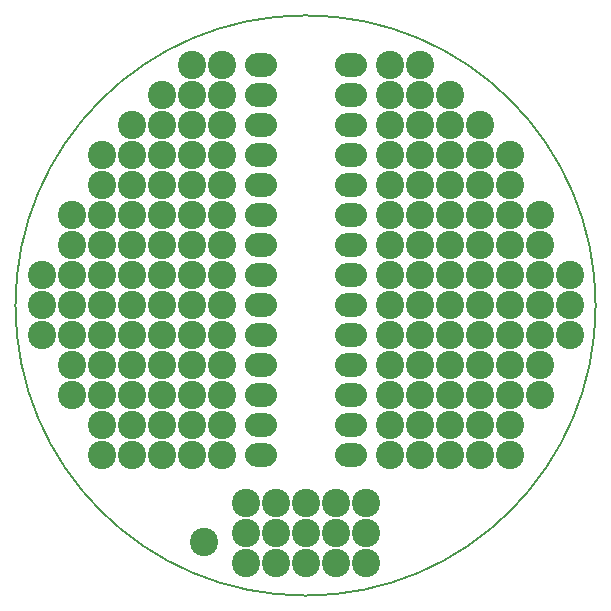
<source format=gts>
G04 #@! TF.FileFunction,Soldermask,Top*
%FSLAX46Y46*%
G04 Gerber Fmt 4.6, Leading zero omitted, Abs format (unit mm)*
G04 Created by KiCad (PCBNEW 4.0.2-4+6225~38~ubuntu15.10.1-stable) date So 13 Mär 2016 18:41:02 CET*
%MOMM*%
G01*
G04 APERTURE LIST*
%ADD10C,0.100000*%
%ADD11C,0.150000*%
%ADD12C,2.398980*%
%ADD13O,2.700000X2.000000*%
G04 APERTURE END LIST*
D10*
D11*
X173659800Y-123444000D02*
G75*
G03X173659800Y-123444000I-24561800J0D01*
G01*
D12*
X140462000Y-143510000D03*
X158750000Y-103124000D03*
X139446000Y-103124000D03*
X156210000Y-103124000D03*
X141986000Y-103124000D03*
X158750000Y-105664000D03*
X156210000Y-105664000D03*
X161290000Y-105664000D03*
X161290000Y-108204000D03*
X158750000Y-108204000D03*
X163830000Y-108204000D03*
X156210000Y-108204000D03*
X141986000Y-105664000D03*
X139446000Y-105664000D03*
X136906000Y-105664000D03*
X139446000Y-108204000D03*
X136906000Y-108204000D03*
X141986000Y-108204000D03*
X134366000Y-108204000D03*
X126746000Y-123444000D03*
X126746000Y-120904000D03*
X126746000Y-125984000D03*
X129286000Y-125984000D03*
X129286000Y-128524000D03*
X129286000Y-131064000D03*
X129286000Y-123444000D03*
X129286000Y-120904000D03*
X129286000Y-115824000D03*
X129286000Y-118364000D03*
X171450000Y-123444000D03*
X171450000Y-120904000D03*
X171450000Y-125984000D03*
X168910000Y-115824000D03*
X168910000Y-118364000D03*
X168910000Y-123444000D03*
X168910000Y-120904000D03*
X168910000Y-128524000D03*
X168910000Y-125984000D03*
X168910000Y-131064000D03*
X158750000Y-113284000D03*
X161290000Y-113284000D03*
X158750000Y-115824000D03*
X161290000Y-115824000D03*
X161290000Y-118364000D03*
X158750000Y-118364000D03*
X163830000Y-113284000D03*
X166370000Y-110744000D03*
X166370000Y-113284000D03*
X163830000Y-110744000D03*
X158750000Y-128524000D03*
X158750000Y-125984000D03*
X161290000Y-125984000D03*
X166370000Y-125984000D03*
X161290000Y-123444000D03*
X166370000Y-120904000D03*
X163830000Y-125984000D03*
X166370000Y-123444000D03*
X163830000Y-120904000D03*
X161290000Y-120904000D03*
X163830000Y-123444000D03*
X158750000Y-123444000D03*
X158750000Y-120904000D03*
X161290000Y-136144000D03*
X166370000Y-136144000D03*
X163830000Y-133604000D03*
X166370000Y-133604000D03*
X163830000Y-136144000D03*
X161290000Y-133604000D03*
X163830000Y-131064000D03*
X163830000Y-128524000D03*
X161290000Y-128524000D03*
X161290000Y-131064000D03*
X166370000Y-128524000D03*
X166370000Y-131064000D03*
X158750000Y-133604000D03*
X158750000Y-131064000D03*
X158750000Y-136144000D03*
X163830000Y-118364000D03*
X166370000Y-118364000D03*
X163830000Y-115824000D03*
X166370000Y-115824000D03*
X161290000Y-110744000D03*
X158750000Y-110744000D03*
X156210000Y-118364000D03*
X156210000Y-115824000D03*
X156210000Y-120904000D03*
X156210000Y-123444000D03*
X156210000Y-125984000D03*
X156210000Y-128524000D03*
X156210000Y-113284000D03*
X156210000Y-131064000D03*
X156210000Y-136144000D03*
X156210000Y-133604000D03*
X144018000Y-145288000D03*
X144018000Y-142748000D03*
X146558000Y-145288000D03*
X146558000Y-142748000D03*
X151638000Y-145288000D03*
X151638000Y-142748000D03*
X149098000Y-145288000D03*
X149098000Y-142748000D03*
X154178000Y-145288000D03*
X154178000Y-142748000D03*
X144018000Y-140208000D03*
X146558000Y-140208000D03*
X149098000Y-140208000D03*
X154178000Y-140208000D03*
X151638000Y-140208000D03*
X131826000Y-125984000D03*
X134366000Y-125984000D03*
X134366000Y-123444000D03*
X131826000Y-120904000D03*
X131826000Y-123444000D03*
X131826000Y-131064000D03*
X131826000Y-128524000D03*
X134366000Y-131064000D03*
X134366000Y-128524000D03*
X136906000Y-131064000D03*
X136906000Y-128524000D03*
X141986000Y-131064000D03*
X139446000Y-131064000D03*
X141986000Y-128524000D03*
X141986000Y-125984000D03*
X139446000Y-125984000D03*
X139446000Y-128524000D03*
X139446000Y-123444000D03*
X139446000Y-120904000D03*
X141986000Y-123444000D03*
X141986000Y-120904000D03*
X136906000Y-125984000D03*
X136906000Y-123444000D03*
X136906000Y-120904000D03*
X134366000Y-120904000D03*
X134366000Y-133604000D03*
X131826000Y-136144000D03*
X131826000Y-133604000D03*
X134366000Y-136144000D03*
X139446000Y-118364000D03*
X141986000Y-118364000D03*
X141986000Y-110744000D03*
X141986000Y-115824000D03*
X141986000Y-113284000D03*
X139446000Y-110744000D03*
X131826000Y-118364000D03*
X136906000Y-118364000D03*
X131826000Y-115824000D03*
X134366000Y-118364000D03*
X136906000Y-110744000D03*
X139446000Y-115824000D03*
X134366000Y-113284000D03*
X136906000Y-115824000D03*
X136906000Y-113284000D03*
X139446000Y-113284000D03*
X134366000Y-115824000D03*
X136906000Y-133604000D03*
X139446000Y-133604000D03*
X139446000Y-136144000D03*
X141986000Y-136144000D03*
X136906000Y-136144000D03*
X141986000Y-133604000D03*
X131826000Y-113284000D03*
X131826000Y-110744000D03*
X134366000Y-110744000D03*
X156210000Y-110744000D03*
D13*
X145288000Y-136144000D03*
X145288000Y-133604000D03*
X145288000Y-131064000D03*
X145288000Y-128524000D03*
X145288000Y-125984000D03*
X145288000Y-123444000D03*
X145288000Y-120904000D03*
X145288000Y-118364000D03*
X145288000Y-115824000D03*
X145288000Y-113284000D03*
X145288000Y-110744000D03*
X145288000Y-108204000D03*
X145288000Y-105664000D03*
X145288000Y-103124000D03*
X152908000Y-103124000D03*
X152908000Y-105664000D03*
X152908000Y-108204000D03*
X152908000Y-110744000D03*
X152908000Y-113284000D03*
X152908000Y-115824000D03*
X152908000Y-118364000D03*
X152908000Y-120904000D03*
X152908000Y-123444000D03*
X152908000Y-125984000D03*
X152908000Y-128524000D03*
X152908000Y-131064000D03*
X152908000Y-133604000D03*
X152908000Y-136144000D03*
M02*

</source>
